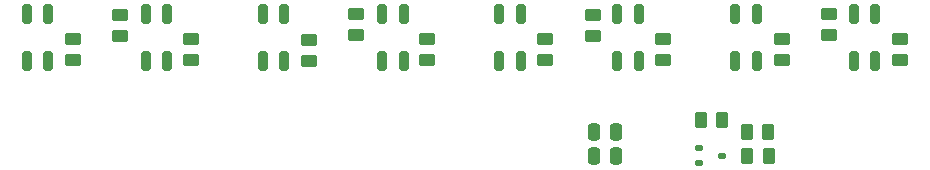
<source format=gbr>
%TF.GenerationSoftware,KiCad,Pcbnew,8.0.7*%
%TF.CreationDate,2025-03-24T20:12:37+10:00*%
%TF.ProjectId,Sensor_array,53656e73-6f72-45f6-9172-7261792e6b69,rev?*%
%TF.SameCoordinates,Original*%
%TF.FileFunction,Paste,Top*%
%TF.FilePolarity,Positive*%
%FSLAX46Y46*%
G04 Gerber Fmt 4.6, Leading zero omitted, Abs format (unit mm)*
G04 Created by KiCad (PCBNEW 8.0.7) date 2025-03-24 20:12:37*
%MOMM*%
%LPD*%
G01*
G04 APERTURE LIST*
G04 Aperture macros list*
%AMRoundRect*
0 Rectangle with rounded corners*
0 $1 Rounding radius*
0 $2 $3 $4 $5 $6 $7 $8 $9 X,Y pos of 4 corners*
0 Add a 4 corners polygon primitive as box body*
4,1,4,$2,$3,$4,$5,$6,$7,$8,$9,$2,$3,0*
0 Add four circle primitives for the rounded corners*
1,1,$1+$1,$2,$3*
1,1,$1+$1,$4,$5*
1,1,$1+$1,$6,$7*
1,1,$1+$1,$8,$9*
0 Add four rect primitives between the rounded corners*
20,1,$1+$1,$2,$3,$4,$5,0*
20,1,$1+$1,$4,$5,$6,$7,0*
20,1,$1+$1,$6,$7,$8,$9,0*
20,1,$1+$1,$8,$9,$2,$3,0*%
G04 Aperture macros list end*
%ADD10RoundRect,0.250000X0.450000X-0.262500X0.450000X0.262500X-0.450000X0.262500X-0.450000X-0.262500X0*%
%ADD11RoundRect,0.250000X-0.450000X0.262500X-0.450000X-0.262500X0.450000X-0.262500X0.450000X0.262500X0*%
%ADD12RoundRect,0.197500X-0.197500X-0.632500X0.197500X-0.632500X0.197500X0.632500X-0.197500X0.632500X0*%
%ADD13RoundRect,0.250000X0.262500X0.450000X-0.262500X0.450000X-0.262500X-0.450000X0.262500X-0.450000X0*%
%ADD14RoundRect,0.250000X0.250000X0.475000X-0.250000X0.475000X-0.250000X-0.475000X0.250000X-0.475000X0*%
%ADD15RoundRect,0.112500X-0.237500X0.112500X-0.237500X-0.112500X0.237500X-0.112500X0.237500X0.112500X0*%
G04 APERTURE END LIST*
D10*
%TO.C,R3*%
X152000000Y-85912500D03*
X152000000Y-84087500D03*
%TD*%
D11*
%TO.C,R6*%
X178000000Y-86087500D03*
X178000000Y-87912500D03*
%TD*%
D12*
%TO.C,U7*%
X144100000Y-84000000D03*
X144100000Y-88000000D03*
X145900000Y-88000000D03*
X145900000Y-84000000D03*
%TD*%
D13*
%TO.C,R5*%
X163000000Y-93000000D03*
X161175000Y-93000000D03*
%TD*%
D10*
%TO.C,R1*%
X112000000Y-85912500D03*
X112000000Y-84087500D03*
%TD*%
D12*
%TO.C,U3*%
X124100000Y-84000000D03*
X124100000Y-88000000D03*
X125900000Y-88000000D03*
X125900000Y-84000000D03*
%TD*%
%TO.C,U2*%
X114200000Y-84000000D03*
X114200000Y-88000000D03*
X116000000Y-88000000D03*
X116000000Y-84000000D03*
%TD*%
D14*
%TO.C,C1*%
X154000000Y-96000000D03*
X152100000Y-96000000D03*
%TD*%
D12*
%TO.C,U1*%
X104100000Y-84000000D03*
X104100000Y-88000000D03*
X105900000Y-88000000D03*
X105900000Y-84000000D03*
%TD*%
D14*
%TO.C,C2*%
X154000000Y-94000000D03*
X152100000Y-94000000D03*
%TD*%
D12*
%TO.C,U10*%
X174100000Y-84000000D03*
X174100000Y-88000000D03*
X175900000Y-88000000D03*
X175900000Y-84000000D03*
%TD*%
D10*
%TO.C,R4*%
X172000000Y-85825000D03*
X172000000Y-84000000D03*
%TD*%
D13*
%TO.C,R15*%
X166862500Y-94000000D03*
X165037500Y-94000000D03*
%TD*%
%TO.C,R14*%
X166912500Y-96000000D03*
X165087500Y-96000000D03*
%TD*%
D11*
%TO.C,R13*%
X118000000Y-86087500D03*
X118000000Y-87912500D03*
%TD*%
D15*
%TO.C,Q1*%
X161000000Y-95350000D03*
X161000000Y-96650000D03*
X163000000Y-96000000D03*
%TD*%
D10*
%TO.C,R2*%
X132000000Y-85825000D03*
X132000000Y-84000000D03*
%TD*%
D12*
%TO.C,U9*%
X164100000Y-84000000D03*
X164100000Y-88000000D03*
X165900000Y-88000000D03*
X165900000Y-84000000D03*
%TD*%
%TO.C,U8*%
X154100000Y-84000000D03*
X154100000Y-88000000D03*
X155900000Y-88000000D03*
X155900000Y-84000000D03*
%TD*%
D11*
%TO.C,R8*%
X148000000Y-86087500D03*
X148000000Y-87912500D03*
%TD*%
%TO.C,R12*%
X108000000Y-86087500D03*
X108000000Y-87912500D03*
%TD*%
%TO.C,R9*%
X158000000Y-86087500D03*
X158000000Y-87912500D03*
%TD*%
%TO.C,R7*%
X168000000Y-86087500D03*
X168000000Y-87912500D03*
%TD*%
D12*
%TO.C,U6*%
X134200000Y-84000000D03*
X134200000Y-88000000D03*
X136000000Y-88000000D03*
X136000000Y-84000000D03*
%TD*%
D11*
%TO.C,R10*%
X128000000Y-86175000D03*
X128000000Y-88000000D03*
%TD*%
%TO.C,R11*%
X138000000Y-86087500D03*
X138000000Y-87912500D03*
%TD*%
M02*

</source>
